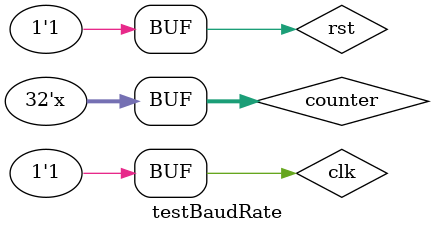
<source format=v>
`timescale 1ns / 1ps


module testBaudRate;

	// Inputs
	reg clk;
	reg rst;
	integer counter;

	// Outputs
	wire out;

	// Instantiate the Unit Under Test (UUT)
	BaudRateGenerator uut (
		.clk(clk), 
		.out(out),
		.rst(rst)
	);

	initial begin
		// Initialize Inputs
		clk = 0;
		rst = 0;
		counter = 0;

		// Wait 100 ns for global reset to finish
		#1;
		rst = 1;
        
		// Add stimulus here

	end
	always
	begin
		#1; 
		clk = 0;
		#1; 
		clk = 1;
		counter = counter + 1;
	end
endmodule


</source>
